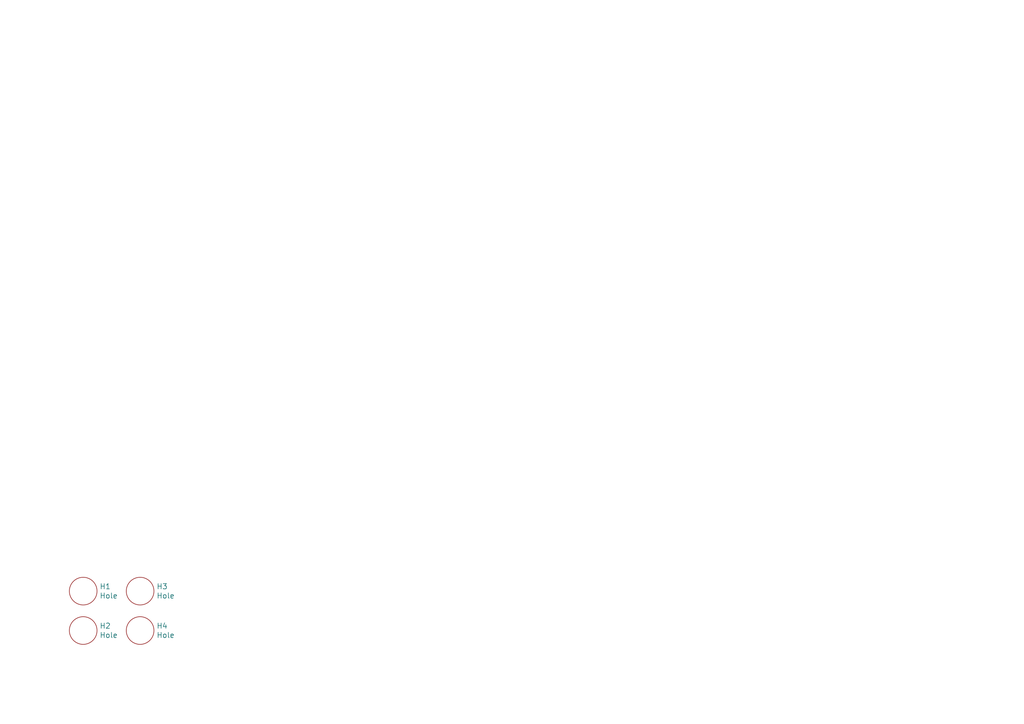
<source format=kicad_sch>
(kicad_sch (version 20211123) (generator eeschema)
  (paper "A4")
  (title_block (title "LSB1 - Bottom Plate") (date "2022-04-07") (rev "v1.0") (company "Tweety's Wild Thinking") (comment 1 "Markus Knutsson <markus.knutsson@tweety.se>") (comment 2 "https://github.com/TweetyDaBird") (comment 3 "Licensed under Creative Commons BY-SA 4.0 International "))
  (lib_symbols
    (symbol "Keyboard Switches & Encoders:Spacer_Plate" (pin_names (offset 1.016))
      (property "Reference" "H1" (at 4.7244 1.3462 0))
      (property "Value" "Spacer_Plate" (at 4.7244 -1.3462 0))
      (symbol "Spacer_Plate_0_1"
        (circle (center 0 0) (radius 4.0132))
      )
    )
  )
  (symbol (lib_id "Keyboard Switches & Encoders:Spacer_Plate") (at 24.13 182.88 0) (unit 1)
    (property "Reference" "H2" (at 28.8544 181.5338 0) (effects (font (size 1.524 1.524)) (justify left)))
    (property "Value" "Hole" (at 28.8544 184.2262 0) (effects (font (size 1.524 1.524)) (justify left)))
    (property "Footprint" "Keyboard Switches & Encoders:Spacer Plate hole" (effects hide))
  )
  (symbol (lib_id "Keyboard Switches & Encoders:Spacer_Plate") (at 40.64 182.88 0) (unit 1)
    (property "Reference" "H4" (at 45.3644 181.5338 0) (effects (font (size 1.524 1.524)) (justify left)))
    (property "Value" "Hole" (at 45.3644 184.2262 0) (effects (font (size 1.524 1.524)) (justify left)))
    (property "Footprint" "Keyboard Switches & Encoders:Spacer Plate hole" (effects hide))
  )
  (symbol (lib_id "Keyboard Switches & Encoders:Spacer_Plate") (at 40.64 171.45 0) (unit 1)
    (property "Reference" "H3" (at 45.3644 170.1038 0) (effects (font (size 1.524 1.524)) (justify left)))
    (property "Value" "Hole" (at 45.3644 172.7962 0) (effects (font (size 1.524 1.524)) (justify left)))
    (property "Footprint" "Keyboard Switches & Encoders:Spacer Plate hole" (effects hide))
  )
  (symbol (lib_id "Keyboard Switches & Encoders:Spacer_Plate") (at 24.13 171.45 0) (unit 1)
    (property "Reference" "H1" (at 28.8544 170.1038 0) (effects (font (size 1.524 1.524)) (justify left)))
    (property "Value" "Hole" (at 28.8544 172.7962 0) (effects (font (size 1.524 1.524)) (justify left)))
    (property "Footprint" "Keyboard Switches & Encoders:Spacer Plate hole" (effects hide))
  )
)
</source>
